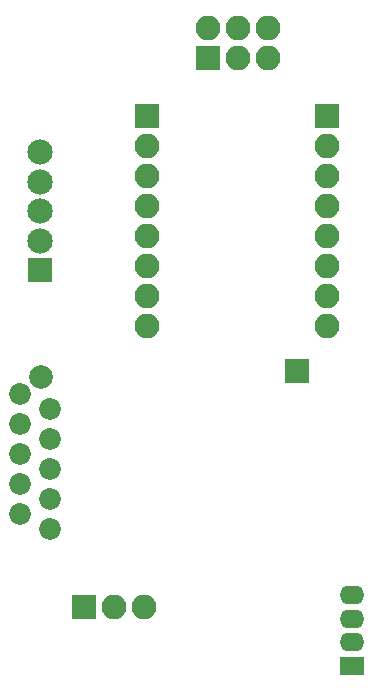
<source format=gbs>
G04 #@! TF.GenerationSoftware,KiCad,Pcbnew,(5.99.0-492-g30da2b31e)*
G04 #@! TF.CreationDate,2019-12-10T20:34:05+01:00*
G04 #@! TF.ProjectId,Feeder,46656564-6572-42e6-9b69-6361645f7063,0.1*
G04 #@! TF.SameCoordinates,Original*
G04 #@! TF.FileFunction,Soldermask,Bot*
G04 #@! TF.FilePolarity,Negative*
%FSLAX46Y46*%
G04 Gerber Fmt 4.6, Leading zero omitted, Abs format (unit mm)*
G04 Created by KiCad (PCBNEW (5.99.0-492-g30da2b31e)) date 2019-12-10 20:34:05*
%MOMM*%
%LPD*%
G04 APERTURE LIST*
%ADD10C,2.150000*%
%ADD11R,2.150000X2.150000*%
%ADD12R,2.100000X2.100000*%
%ADD13O,2.100000X2.100000*%
%ADD14O,2.100000X1.600000*%
%ADD15R,2.100000X1.600000*%
%ADD16C,1.850000*%
%ADD17C,2.000000*%
G04 APERTURE END LIST*
D10*
X153500000Y-64000000D03*
X153500000Y-66500000D03*
X153500000Y-69000000D03*
X153500000Y-71500000D03*
D11*
X153500000Y-74000000D03*
D12*
X175200000Y-82500000D03*
D13*
X162280000Y-102460000D03*
X159740000Y-102460000D03*
D12*
X157200000Y-102460000D03*
D14*
X179900000Y-101500000D03*
X179900000Y-103500000D03*
X179900000Y-105500000D03*
D15*
X179900000Y-107500000D03*
D16*
X151765000Y-84455000D03*
X154305000Y-85725000D03*
X151765000Y-86995000D03*
X154305000Y-88265000D03*
X151765000Y-89535000D03*
X154305000Y-90805000D03*
X151765000Y-92075000D03*
X154305000Y-93345000D03*
X151765000Y-94615000D03*
X154305000Y-95885000D03*
D17*
X153565000Y-83055000D03*
D13*
X172740000Y-53500000D03*
X172740000Y-56040000D03*
X170200000Y-53500000D03*
X170200000Y-56040000D03*
X167660000Y-53500000D03*
D12*
X167660000Y-56040000D03*
X162560000Y-60960000D03*
D13*
X162560000Y-63500000D03*
X162560000Y-66040000D03*
X162560000Y-68580000D03*
X162560000Y-71120000D03*
X162560000Y-73660000D03*
X162560000Y-76200000D03*
X162560000Y-78740000D03*
X177800000Y-78740000D03*
X177800000Y-76200000D03*
X177800000Y-73660000D03*
X177800000Y-71120000D03*
X177800000Y-68580000D03*
X177800000Y-66040000D03*
X177800000Y-63500000D03*
D12*
X177800000Y-60960000D03*
M02*

</source>
